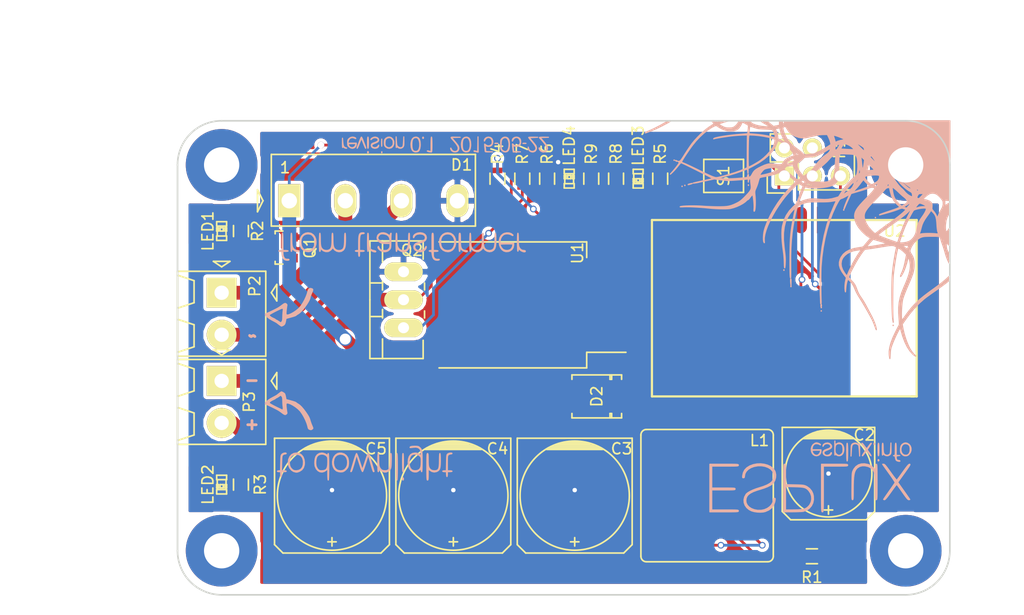
<source format=kicad_pcb>
(kicad_pcb (version 4) (host pcbnew "(after 2015-may-01 BZR unknown)-product")
  (title_block (title ESPLux) (date "Friday, May 22, 2015") (rev 0.1) (company esplux.info) (comment 1 pretenda))
  (layers (0 F.Cu signal) (31 B.Cu signal) (34 B.Paste user) (35 F.Paste user) (36 B.SilkS user) (37 F.SilkS user) (38 B.Mask user) (39 F.Mask user) (44 Edge.Cuts user))
  (net 0 "")
  (net 1 +3V3)
  (net 2 "Net-(LED4-Pad2)")
  (net 3 "Net-(D2-Pad1)")
  (net 4 Earth)
  (net 5 +12V)
  (net 6 "Net-(LED1-Pad1)")
  (net 7 "Net-(LED2-Pad1)")
  (net 8 "Net-(LED3-Pad1)")
  (net 9 /TX)
  (net 10 /RX)
  (net 11 /GPIO0)
  (net 12 "Net-(Q1-Pad2)")
  (net 13 "Net-(Q1-Pad3)")
  (net 14 "Net-(Q2-PadG)")
  (net 15 /Identify)
  (net 16 /WifiReset)
  (net 17 "Net-(R5-Pad2)")
  (net 18 /OutLogic)
  (net 19 "Net-(U2-Pad1)")
  (net 20 "Net-(U2-Pad2)")
  (net 21 "Net-(U2-Pad4)")
  (net 22 "Net-(U2-Pad5)")
  (net 23 "Net-(U2-Pad6)")
  (net 24 "Net-(U2-Pad11)")
  (net 25 "Net-(D1-Pad2)")
  (net 26 "Net-(D1-Pad4)")
  (net 27 "Net-(P3-Pad1)")
  (module Resistors_SMD:R_0603 (layer F.Cu) (at 102.5 81.25 90)
    (fp_text reference R9 (at 2.25 0 90) (layer F.SilkS))
    (fp_text value 100)
    (pad 1 smd rect (at -0.75 0 90) (size 0.5 0.9) (layers F.Cu F.Paste F.Mask) (net 1 +3V3))
    (pad 2 smd rect (at 0.75 0 90) (size 0.5 0.9) (layers F.Cu F.Paste F.Mask) (net 2 "Net-(LED4-Pad2)"))
  )
  (module SMD_Packages:TO-263-5 (layer F.Cu) (at 104.5 92.69926 90)
    (fp_text reference U1 (at 4.69926 -3.25 90) (layer F.SilkS))
    (fp_text value LM2596S-3.3)
    (pad 2 smd rect (at -1.69926 0 90) (size 1.143 2.286) (layers F.Cu F.Paste F.Mask) (net 3 "Net-(D2-Pad1)"))
    (pad 3 smd rect (at 0 -10.795 90) (size 10.80008 9.99998) (layers F.Cu F.Paste F.Mask) (net 4 Earth))
    (pad 4 smd rect (at 1.69926 0 90) (size 1.143 2.286) (layers F.Cu F.Paste F.Mask) (net 1 +3V3))
    (pad 3 smd rect (at 0 0 90) (size 1.143 2.286) (layers F.Cu F.Paste F.Mask) (net 4 Earth))
    (pad 1 smd rect (at -3.40106 0 90) (size 1.143 2.286) (layers F.Cu F.Paste F.Mask) (net 5 +12V))
    (pad 5 smd rect (at 3.40106 0 90) (size 1.143 2.286) (layers F.Cu F.Paste F.Mask) (net 4 Earth))
  )
  (module Capacitors_SMD:c_elec_8x10 (layer F.Cu) (at 124 108 270)
    (fp_text reference C2 (at -3.5 -3.25 360) (layer F.SilkS))
    (fp_text value 220uf)
    (pad 1 smd rect (at 3.2512 0 270) (size 3.50012 2.4003) (layers F.Cu F.Paste F.Mask) (net 1 +3V3))
    (pad 2 smd rect (at -3.2512 0 270) (size 3.50012 2.4003) (layers F.Cu F.Paste F.Mask) (net 4 Earth))
  )
  (module Capacitors_SMD:c_elec_10x10 (layer F.Cu) (at 101 110 270)
    (fp_text reference C3 (at -4.25 -4.25 360) (layer F.SilkS))
    (fp_text value 330uf)
    (pad 1 smd rect (at 4.0005 0 270) (size 4.0005 2.4003) (layers F.Cu F.Paste F.Mask) (net 5 +12V))
    (pad 2 smd rect (at -4.0005 0 270) (size 4.0005 2.4003) (layers F.Cu F.Paste F.Mask) (net 4 Earth))
  )
  (module Capacitors_SMD:c_elec_10x10 (layer F.Cu) (at 90 110 270)
    (fp_text reference C4 (at -4.25 -4 360) (layer F.SilkS))
    (fp_text value 330uf)
    (pad 1 smd rect (at 4.0005 0 270) (size 4.0005 2.4003) (layers F.Cu F.Paste F.Mask) (net 5 +12V))
    (pad 2 smd rect (at -4.0005 0 270) (size 4.0005 2.4003) (layers F.Cu F.Paste F.Mask) (net 4 Earth))
  )
  (module Capacitors_SMD:c_elec_10x10 (layer F.Cu) (at 79 110 270)
    (fp_text reference C5 (at -4.25 -4 360) (layer F.SilkS))
    (fp_text value 330uf)
    (pad 1 smd rect (at 4.0005 0 270) (size 4.0005 2.4003) (layers F.Cu F.Paste F.Mask) (net 5 +12V))
    (pad 2 smd rect (at -4.0005 0 270) (size 4.0005 2.4003) (layers F.Cu F.Paste F.Mask) (net 4 Earth))
  )
  (module Diodes_SMD:Diode-DO-214BA (layer F.Cu) (at 103 101 180)
    (fp_text reference D2 (at 0 0 270) (layer F.SilkS))
    (fp_text value MBRS130L)
    (pad 2 smd rect (at 1.7 0 180) (size 2 2.5) (layers F.Cu F.Paste F.Mask) (net 4 Earth))
    (pad 1 smd rect (at -1.7 0 180) (size 2 2.5) (layers F.Cu F.Paste F.Mask) (net 3 "Net-(D2-Pad1)"))
  )
  (module LEDs:LED-0603 (layer F.Cu) (at 69 86 270)
    (fp_text reference LED1 (at 0 1.25 270) (layer F.SilkS))
    (fp_text value LED)
    (pad 2 smd rect (at 0.7493 0 90) (size 0.79756 0.79756) (layers F.Cu F.Paste F.Mask) (net 1 +3V3))
    (pad 1 smd rect (at -0.7493 0 90) (size 0.79756 0.79756) (layers F.Cu F.Paste F.Mask) (net 6 "Net-(LED1-Pad1)"))
  )
  (module LEDs:LED-0603 (layer F.Cu) (at 69 109 90)
    (fp_text reference LED2 (at 0 -1.25 90) (layer F.SilkS))
    (fp_text value LED)
    (pad 2 smd rect (at 0.7493 0 270) (size 0.79756 0.79756) (layers F.Cu F.Paste F.Mask) (net 1 +3V3))
    (pad 1 smd rect (at -0.7493 0 270) (size 0.79756 0.79756) (layers F.Cu F.Paste F.Mask) (net 7 "Net-(LED2-Pad1)"))
  )
  (module LEDs:LED-0603 (layer F.Cu) (at 106.75 81.25 90)
    (fp_text reference LED3 (at 3 0 90) (layer F.SilkS))
    (fp_text value LED)
    (pad 2 smd rect (at 0.7493 0 270) (size 0.79756 0.79756) (layers F.Cu F.Paste F.Mask) (net 5 +12V))
    (pad 1 smd rect (at -0.7493 0 270) (size 0.79756 0.79756) (layers F.Cu F.Paste F.Mask) (net 8 "Net-(LED3-Pad1)"))
  )
  (module LEDs:LED-0603 (layer F.Cu) (at 100.5 81.25 270)
    (fp_text reference LED4 (at -3 0 270) (layer F.SilkS))
    (fp_text value LED)
    (pad 2 smd rect (at 0.7493 0 90) (size 0.79756 0.79756) (layers F.Cu F.Paste F.Mask) (net 2 "Net-(LED4-Pad2)"))
    (pad 1 smd rect (at -0.7493 0 90) (size 0.79756 0.79756) (layers F.Cu F.Paste F.Mask) (net 4 Earth))
  )
  (module Transistors_TO-220:TO-220_FET-GDS_Vertical_LargePads (layer F.Cu) (at 85.485 92.230999 90)
    (fp_text reference Q2 (at 4.480999 0.765 180) (layer F.SilkS))
    (fp_text value MOSFET_N)
    (pad D thru_hole oval (at 0 0 180) (size 3.50012 1.69926) (drill 1.00076) (layers *.Cu *.Mask F.SilkS) (net 27 "Net-(P3-Pad1)"))
    (pad G thru_hole oval (at -2.54 0 180) (size 3.50012 1.69926) (drill 1.00076) (layers *.Cu *.Mask F.SilkS) (net 14 "Net-(Q2-PadG)"))
    (pad S thru_hole oval (at 2.54 0 180) (size 3.50012 1.69926) (drill 1.00076) (layers *.Cu *.Mask F.SilkS) (net 4 Earth))
  )
  (module Resistors_SMD:R_0603 (layer F.Cu) (at 122.5 115.5 180)
    (fp_text reference R1 (at 0 -1.9 180) (layer F.SilkS))
    (fp_text value 10k)
    (pad 1 smd rect (at -0.75 0 180) (size 0.5 0.9) (layers F.Cu F.Paste F.Mask) (net 1 +3V3))
    (pad 2 smd rect (at 0.75 0 180) (size 0.5 0.9) (layers F.Cu F.Paste F.Mask) (net 11 /GPIO0))
  )
  (module Resistors_SMD:R_0603 (layer F.Cu) (at 70.75 86 270)
    (fp_text reference R2 (at 0 -1.5 270) (layer F.SilkS))
    (fp_text value 100)
    (pad 1 smd rect (at -0.75 0 270) (size 0.5 0.9) (layers F.Cu F.Paste F.Mask) (net 6 "Net-(LED1-Pad1)"))
    (pad 2 smd rect (at 0.75 0 270) (size 0.5 0.9) (layers F.Cu F.Paste F.Mask) (net 13 "Net-(Q1-Pad3)"))
  )
  (module Resistors_SMD:R_0603 (layer F.Cu) (at 70.75 109 90)
    (fp_text reference R3 (at 0 1.75 90) (layer F.SilkS))
    (fp_text value 100)
    (pad 1 smd rect (at -0.75 0 90) (size 0.5 0.9) (layers F.Cu F.Paste F.Mask) (net 7 "Net-(LED2-Pad1)"))
    (pad 2 smd rect (at 0.75 0 90) (size 0.5 0.9) (layers F.Cu F.Paste F.Mask) (net 13 "Net-(Q1-Pad3)"))
  )
  (module Resistors_SMD:R_0603 (layer F.Cu) (at 94 81.25 270)
    (fp_text reference R4 (at -2.25 0 270) (layer F.SilkS))
    (fp_text value 510)
    (pad 1 smd rect (at -0.75 0 270) (size 0.5 0.9) (layers F.Cu F.Paste F.Mask) (net 15 /Identify))
    (pad 2 smd rect (at 0.75 0 270) (size 0.5 0.9) (layers F.Cu F.Paste F.Mask) (net 12 "Net-(Q1-Pad2)"))
  )
  (module Resistors_SMD:R_0603 (layer F.Cu) (at 108.75 81.25 90)
    (fp_text reference R5 (at 2.25 0 90) (layer F.SilkS))
    (fp_text value 10k)
    (pad 1 smd rect (at -0.75 0 90) (size 0.5 0.9) (layers F.Cu F.Paste F.Mask) (net 16 /WifiReset))
    (pad 2 smd rect (at 0.75 0 90) (size 0.5 0.9) (layers F.Cu F.Paste F.Mask) (net 17 "Net-(R5-Pad2)"))
  )
  (module Resistors_SMD:R_0603 (layer F.Cu) (at 98.5 81.25 90)
    (fp_text reference R6 (at 2.25 0 90) (layer F.SilkS))
    (fp_text value 100)
    (pad 1 smd rect (at -0.75 0 90) (size 0.5 0.9) (layers F.Cu F.Paste F.Mask) (net 14 "Net-(Q2-PadG)"))
    (pad 2 smd rect (at 0.75 0 90) (size 0.5 0.9) (layers F.Cu F.Paste F.Mask) (net 18 /OutLogic))
  )
  (module Resistors_SMD:R_0603 (layer F.Cu) (at 96.25 81.25 90)
    (fp_text reference R7 (at 2.25 0 90) (layer F.SilkS))
    (fp_text value 10k)
    (pad 1 smd rect (at -0.75 0 90) (size 0.5 0.9) (layers F.Cu F.Paste F.Mask) (net 14 "Net-(Q2-PadG)"))
    (pad 2 smd rect (at 0.75 0 90) (size 0.5 0.9) (layers F.Cu F.Paste F.Mask) (net 4 Earth))
  )
  (module Resistors_SMD:R_0603 (layer F.Cu) (at 104.75 81.25 90)
    (fp_text reference R8 (at 2.25 0 90) (layer F.SilkS))
    (fp_text value 1k)
    (pad 1 smd rect (at -0.75 0 90) (size 0.5 0.9) (layers F.Cu F.Paste F.Mask) (net 8 "Net-(LED3-Pad1)"))
    (pad 2 smd rect (at 0.75 0 90) (size 0.5 0.9) (layers F.Cu F.Paste F.Mask) (net 27 "Net-(P3-Pad1)"))
  )
  (module Parts:SMD_Tact (layer F.Cu) (at 114.5 81 270)
    (fp_text reference S1 (at 0 0 270) (layer F.SilkS))
    (fp_text value SW_PUSH)
    (pad 4 smd rect (at -0.75 -1.7 270) (size 0.7 2) (layers F.Cu F.Paste F.Mask))
    (pad 3 smd rect (at 0.75 -1.7 270) (size 0.7 2) (layers F.Cu F.Paste F.Mask))
    (pad 2 smd rect (at 0.75 1.7 270) (size 0.7 2) (layers F.Cu F.Paste F.Mask) (net 16 /WifiReset))
    (pad 1 smd rect (at -0.75 1.7 270) (size 0.7 2) (layers F.Cu F.Paste F.Mask) (net 1 +3V3))
  )
  (module ESP8266:ESP-12 (layer F.Cu) (at 123.5 85 270)
    (fp_text reference U2 (at 1 -6.5 360) (layer F.SilkS))
    (fp_text value ESP-12)
    (pad 1 smd rect (at 0 0 270) (size 2.4 1.1) (layers F.Cu F.Paste F.Mask) (net 19 "Net-(U2-Pad1)"))
    (pad 2 smd oval (at 0 2 270) (size 2.4 1.1) (layers F.Cu F.Paste F.Mask) (net 20 "Net-(U2-Pad2)"))
    (pad 3 smd oval (at 0 4 270) (size 2.4 1.1) (layers F.Cu F.Paste F.Mask) (net 1 +3V3))
    (pad 4 smd oval (at 0 6 270) (size 2.4 1.1) (layers F.Cu F.Paste F.Mask) (net 21 "Net-(U2-Pad4)"))
    (pad 5 smd oval (at 0 8 270) (size 2.4 1.1) (layers F.Cu F.Paste F.Mask) (net 22 "Net-(U2-Pad5)"))
    (pad 6 smd oval (at 0 10 270) (size 2.4 1.1) (layers F.Cu F.Paste F.Mask) (net 23 "Net-(U2-Pad6)"))
    (pad 7 smd oval (at 0 12 270) (size 2.4 1.1) (layers F.Cu F.Paste F.Mask) (net 16 /WifiReset))
    (pad 8 smd oval (at 0 14 270) (size 2.4 1.1) (layers F.Cu F.Paste F.Mask) (net 1 +3V3))
    (pad 9 smd oval (at 16 14 270) (size 2.4 1.1) (layers F.Cu F.Paste F.Mask) (net 4 Earth))
    (pad 10 smd oval (at 16 12 270) (size 2.4 1.1) (layers F.Cu F.Paste F.Mask) (net 4 Earth))
    (pad 11 smd oval (at 16 10 270) (size 2.4 1.1) (layers F.Cu F.Paste F.Mask) (net 24 "Net-(U2-Pad11)"))
    (pad 12 smd oval (at 16 8 270) (size 2.4 1.1) (layers F.Cu F.Paste F.Mask) (net 11 /GPIO0))
    (pad 13 smd oval (at 16 6 270) (size 2.4 1.1) (layers F.Cu F.Paste F.Mask) (net 15 /Identify))
    (pad 14 smd oval (at 16 4 270) (size 2.4 1.1) (layers F.Cu F.Paste F.Mask) (net 18 /OutLogic))
    (pad 15 smd oval (at 16 2 270) (size 2.4 1.1) (layers F.Cu F.Paste F.Mask) (net 10 /RX))
    (pad 16 smd oval (at 16 0 270) (size 2.4 1.1) (layers F.Cu F.Paste F.Mask) (net 9 /TX))
  )
  (module Mounting_Holes:MountingHole_3mm (layer F.Cu) (at 131 80)
    (fp_text reference REF** hide)
    (fp_text value MountingHole_3mm)
    (pad 1 thru_hole circle (at 0 0) (size 6.5 6.5) (drill 3.2) (layers *.Cu *.Mask))
  )
  (module Mounting_Holes:MountingHole_3mm (layer F.Cu) (at 69 80)
    (fp_text reference REF** hide)
    (fp_text value MountingHole_3mm)
    (pad 1 thru_hole circle (at 0 0) (size 6.5 6.5) (drill 3.2) (layers *.Cu *.Mask))
  )
  (module Mounting_Holes:MountingHole_3mm (layer F.Cu) (at 69 115)
    (fp_text reference REF** hide)
    (fp_text value MountingHole_3mm)
    (pad 1 thru_hole circle (at 0 0) (size 6.5 6.5) (drill 3.2) (layers *.Cu *.Mask))
  )
  (module Mounting_Holes:MountingHole_3mm (layer F.Cu) (at 131 115)
    (fp_text reference REF** hide)
    (fp_text value MountingHole_3mm)
    (pad 1 thru_hole circle (at 0 0) (size 6.5 6.5) (drill 3.2) (layers *.Cu *.Mask))
  )
  (module Parts:KBL (layer F.Cu) (at 82.75 83.25 180)
    (fp_text reference D1 (at -8 3.25 180) (layer F.SilkS))
    (fp_text value BRIDGE)
    (fp_text user 1 (at 8 3 180) (layer F.SilkS))
    (pad 2 thru_hole oval (at 2.54 0 180) (size 2 3) (drill 1.4) (layers *.Cu *.Mask F.SilkS) (net 25 "Net-(D1-Pad2)"))
    (pad 4 thru_hole oval (at -2.54 0 180) (size 2 3) (drill 1.4) (layers *.Cu *.Mask F.SilkS) (net 26 "Net-(D1-Pad4)"))
    (pad 1 thru_hole oval (at -7.62 0 180) (size 2 3) (drill 1.4) (layers *.Cu *.Mask F.SilkS) (net 4 Earth))
    (pad 3 thru_hole rect (at 7.62 0 180) (size 2 3) (drill 1.4) (layers *.Cu *.Mask F.SilkS) (net 5 +12V))
  )
  (module Parts:Inductor (layer F.Cu) (at 113 110 90)
    (fp_text reference L1 (at 5 4.75 180) (layer F.SilkS))
    (fp_text value 22uH)
    (pad 2 smd rect (at 0 4.5 90) (size 5 3) (layers F.Cu F.Paste F.Mask) (net 1 +3V3))
    (pad 1 smd rect (at 0 -4.5 90) (size 5 3) (layers F.Cu F.Paste F.Mask) (net 3 "Net-(D2-Pad1)"))
  )
  (module Parts:3.81mmScrewTerminal (layer F.Cu) (at 69 93.5 90)
    (fp_text reference P2 (at 2.5 3 90) (layer F.SilkS))
    (fp_text value CONN_01X02)
    (pad 2 thru_hole circle (at -1.905 0 90) (size 2.7 2.7) (drill 1.3) (layers *.Cu *.Mask F.SilkS) (net 26 "Net-(D1-Pad4)"))
    (pad 1 thru_hole rect (at 1.905 0 90) (size 2.7 2.7) (drill 1.3) (layers *.Cu *.Mask F.SilkS) (net 25 "Net-(D1-Pad2)"))
  )
  (module Parts:3.81mmScrewTerminal (layer F.Cu) (at 69 101.5 90)
    (fp_text reference P3 (at 0 2.5 90) (layer F.SilkS))
    (fp_text value CONN_01X02)
    (pad 2 thru_hole circle (at -1.905 0 90) (size 2.7 2.7) (drill 1.3) (layers *.Cu *.Mask F.SilkS) (net 5 +12V))
    (pad 1 thru_hole rect (at 1.905 0 90) (size 2.7 2.7) (drill 1.3) (layers *.Cu *.Mask F.SilkS) (net 27 "Net-(P3-Pad1)"))
  )
  (module Parts:SOT-23 (layer F.Cu) (at 74.5 87.5 90)
    (fp_text reference Q1 (at 0 2.5 90) (layer F.SilkS))
    (fp_text value NPN)
    (pad 2 smd rect (at -0.95 1.00076 90) (size 0.8001 0.8001) (layers F.Cu F.Paste F.Mask) (net 12 "Net-(Q1-Pad2)"))
    (pad 1 smd rect (at 0.95 1.00076 90) (size 0.8001 0.8001) (layers F.Cu F.Paste F.Mask) (net 4 Earth))
    (pad 3 smd rect (at 0 -0.99822 90) (size 0.8001 0.8001) (layers F.Cu F.Paste F.Mask) (net 13 "Net-(Q1-Pad3)"))
  )
  (module Parts:5PinHeader (layer F.Cu) (at 120 81 90)
    (fp_text reference P1 (at 2.5 5 270) (layer F.SilkS))
    (fp_text value CONN_02X03)
    (pad 1 thru_hole rect (at 0 0 90) (size 1.7272 1.7272) (drill 1.016) (layers *.Cu *.Mask F.SilkS) (net 1 +3V3))
    (pad 2 thru_hole oval (at 2.54 0 90) (size 1.7272 1.7272) (drill 1.016) (layers *.Cu *.Mask F.SilkS) (net 4 Earth))
    (pad 3 thru_hole oval (at 0 2.54 90) (size 1.7272 1.7272) (drill 1.016) (layers *.Cu *.Mask F.SilkS) (net 9 /TX))
    (pad 4 thru_hole oval (at 2.54 2.54 90) (size 1.7272 1.7272) (drill 1.016) (layers *.Cu *.Mask F.SilkS) (net 10 /RX))
    (pad 5 thru_hole oval (at 0 5.08 90) (size 1.7272 1.7272) (drill 1.016) (layers *.Cu *.Mask F.SilkS) (net 11 /GPIO0))
  )
  (module Parts:BackArt (layer B.Cu) (at 100 97.5 180)
    (fp_text reference G*** hide)
    (fp_text value LOGO hide)
  )
  (gr_line (start 132 101) (end 131.5 101) (angle 90) (layer F.SilkS) (width 0.20066))
  (gr_line (start 132 85) (end 132 101) (angle 90) (layer F.SilkS) (width 0.20066))
  (gr_line (start 108 101) (end 131.75 101) (angle 90) (layer F.SilkS) (width 0.20066))
  (gr_line (start 108 85) (end 108 101) (angle 90) (layer F.SilkS) (width 0.20066))
  (gr_line (start 132 85) (end 108 85) (angle 90) (layer F.SilkS) (width 0.20066))
  (gr_text ~ (at 71.75 95.5) (layer B.SilkS) (effects (font (size 1.00076 1.00076) (thickness 0.25019)) (justify mirror)))
  (gr_text - (at 71.75 99.5) (layer B.SilkS) (effects (font (size 1.00076 1.00076) (thickness 0.25019)) (justify mirror)))
  (gr_text + (at 71.75 103.5) (layer B.SilkS) (effects (font (size 1.00076 1.00076) (thickness 0.25019)) (justify mirror)))
  (gr_line (start 65 115) (end 65 80) (angle 90) (layer Edge.Cuts) (width 0.14986))
  (gr_line (start 131 119) (end 69 119) (angle 90) (layer Edge.Cuts) (width 0.14986))
  (gr_line (start 135 80) (end 135 115) (angle 90) (layer Edge.Cuts) (width 0.14986))
  (gr_line (start 69 76) (end 131 76) (angle 90) (layer Edge.Cuts) (width 0.14986))
  (gr_arc (start 69 80) (end 65 80) (angle 90) (layer Edge.Cuts) (width 0.14986))
  (gr_arc (start 131 80) (end 131 76) (angle 90) (layer Edge.Cuts) (width 0.14986))
  (gr_arc (start 131 115) (end 135 115) (angle 90) (layer Edge.Cuts) (width 0.14986))
  (gr_arc (start 69 115) (end 69 119) (angle 90) (layer Edge.Cuts) (width 0.14986))
  (segment (start 111.6 87.8) (end 121.05 87.8) (width 0.25) (layer F.Cu) (net 1))
  (segment (start 109.5 85.7) (end 111.6 87.8) (width 0.25) (layer F.Cu) (net 1))
  (segment (start 109.5 85) (end 109.5 85.7) (width 0.25) (layer F.Cu) (net 1))
  (segment (start 121.05 87.8) (end 119.5 86.25) (width 0.25) (layer F.Cu) (net 1))
  (segment (start 109.5 85) (end 108.2 85) (width 0.25) (layer F.Cu) (net 1))
  (segment (start 105.638602 85.038602) (end 102.6 82) (width 0.25) (layer F.Cu) (net 1))
  (segment (start 105.961398 85.038602) (end 105.638602 85.038602) (width 0.25) (layer F.Cu) (net 1))
  (segment (start 106 85) (end 105.961398 85.038602) (width 0.25) (layer F.Cu) (net 1))
  (segment (start 108.2 85) (end 106 85) (width 0.25) (layer F.Cu) (net 1))
  (segment (start 102.6 82) (end 102.5 82) (width 0.25) (layer F.Cu) (net 1))
  (segment (start 104.5 91) (end 105.4 91) (width 0.25) (layer F.Cu) (net 1))
  (segment (start 105.5 91) (end 104.5 91) (width 0.25) (layer F.Cu) (net 1))
  (segment (start 66.75 106.25) (end 66.75 106.5) (width 0.25) (layer F.Cu) (net 1))
  (segment (start 66.75 89) (end 66.75 106.25) (width 0.25) (layer F.Cu) (net 1))
  (segment (start 69 86.75) (end 66.75 89) (width 0.25) (layer F.Cu) (net 1))
  (segment (start 68.5007 108.2507) (end 69 108.2507) (width 0.25) (layer F.Cu) (net 1))
  (segment (start 66.75 106.5) (end 68.5007 108.2507) (width 0.25) (layer F.Cu) (net 1))
  (segment (start 69 86.7493) (end 69 86.75) (width 0.25) (layer F.Cu) (net 1))
  (segment (start 112.8 80.25) (end 113.5 80.25) (width 0.25) (layer F.Cu) (net 1))
  (segment (start 120 81) (end 119.75 81) (width 0.25) (layer F.Cu) (net 1))
  (segment (start 119.75 81) (end 117.75 79) (width 0.25) (layer F.Cu) (net 1))
  (segment (start 114.05 79) (end 112.8 80.25) (width 0.25) (layer F.Cu) (net 1))
  (segment (start 117.75 79) (end 114.05 79) (width 0.25) (layer F.Cu) (net 1))
  (segment (start 119.5 85) (end 119.5 81.5) (width 0.25) (layer F.Cu) (net 1))
  (segment (start 119.5 81.5) (end 120 81) (width 0.25) (layer F.Cu) (net 1))
  (segment (start 124 111.2512) (end 124 109.5) (width 0.25) (layer F.Cu) (net 1))
  (segment (start 119.5 86.25) (end 119.5 85) (width 0.25) (layer F.Cu) (net 1))
  (segment (start 125 91.75) (end 121.05 87.8) (width 0.25) (layer F.Cu) (net 1))
  (segment (start 125 102) (end 125 91.75) (width 0.25) (layer F.Cu) (net 1))
  (segment (start 126 103) (end 125 102) (width 0.25) (layer F.Cu) (net 1))
  (segment (start 126 107.5) (end 126 103) (width 0.25) (layer F.Cu) (net 1))
  (segment (start 124 109.5) (end 126 107.5) (width 0.25) (layer F.Cu) (net 1))
  (segment (start 123.25 115.5) (end 123.25 112.0012) (width 0.25) (layer F.Cu) (net 1))
  (segment (start 123.25 112.0012) (end 124 111.2512) (width 0.25) (layer F.Cu) (net 1))
  (segment (start 117.5 110) (end 122.7488 110) (width 0.25) (layer F.Cu) (net 1))
  (segment (start 122.7488 110) (end 124 111.2512) (width 0.25) (layer F.Cu) (net 1))
  (segment (start 117.5 104.25) (end 116.5 103.25) (width 0.25) (layer F.Cu) (net 1))
  (segment (start 116.5 103.25) (end 116.5 99.5) (width 0.25) (layer F.Cu) (net 1))
  (segment (start 116.5 99.5) (end 108 91) (width 0.25) (layer F.Cu) (net 1))
  (segment (start 108 91) (end 104.5 91) (width 0.25) (layer F.Cu) (net 1))
  (segment (start 117.5 110) (end 117.5 104.25) (width 0.25) (layer F.Cu) (net 1))
  (segment (start 69.75 107.25) (end 71.75 107.25) (width 0.25) (layer F.Cu) (net 1))
  (segment (start 71.75 107.25) (end 77 112.5) (width 0.25) (layer F.Cu) (net 1))
  (segment (start 77 112.5) (end 77 116) (width 0.25) (layer F.Cu) (net 1))
  (segment (start 77 116) (end 77.5 116.5) (width 0.25) (layer F.Cu) (net 1))
  (segment (start 77.5 116.5) (end 107.5 116.5) (width 0.25) (layer F.Cu) (net 1))
  (segment (start 107.5 116.5) (end 108.25 116.5) (width 0.25) (layer F.Cu) (net 1))
  (segment (start 108.25 116.5) (end 110.25 114.5) (width 0.25) (layer F.Cu) (net 1))
  (segment (start 110.25 114.5) (end 114.25 114.5) (width 0.25) (layer F.Cu) (net 1))
  (via (at 114.25 114.5) (size 0.6) (layers F.Cu B.Cu) (net 1))
  (segment (start 114.25 114.5) (end 118 114.5) (width 0.25) (layer B.Cu) (net 1))
  (via (at 118 114.5) (size 0.6) (layers F.Cu B.Cu) (net 1))
  (segment (start 118 114.5) (end 117.5 114) (width 0.25) (layer F.Cu) (net 1))
  (segment (start 117.5 114) (end 117.5 110) (width 0.25) (layer F.Cu) (net 1))
  (segment (start 69 108) (end 69.75 107.25) (width 0.25) (layer F.Cu) (net 1))
  (segment (start 69 108.2507) (end 69 108) (width 0.25) (layer F.Cu) (net 1))
  (segment (start 100.5 81.9993) (end 101.0007 81.9993) (width 0.25) (layer F.Cu) (net 2))
  (segment (start 101.0007 81.9993) (end 102.5 80.5) (width 0.25) (layer F.Cu) (net 2))
  (segment (start 104.7 101) (end 104.7 101.45) (width 0.25) (layer F.Cu) (net 3))
  (segment (start 104.7 101.45) (end 108.5 105.25) (width 0.25) (layer F.Cu) (net 3))
  (segment (start 108.5 105.25) (end 108.5 110) (width 0.25) (layer F.Cu) (net 3))
  (segment (start 104.7 101) (end 104.75 101) (width 0.25) (layer F.Cu) (net 3))
  (segment (start 104.75 101) (end 106.75 99) (width 0.25) (layer F.Cu) (net 3))
  (segment (start 106.75 99) (end 106.75 95.5) (width 0.25) (layer F.Cu) (net 3))
  (segment (start 106.75 95.5) (end 105.64852 94.39852) (width 0.25) (layer F.Cu) (net 3))
  (segment (start 105.64852 94.39852) (end 104.5 94.39852) (width 0.25) (layer F.Cu) (net 3))
  (via (at 101 109.5) (size 0.6) (layers F.Cu B.Cu) (net 4))
  (segment (start 101 105.9995) (end 101 109.5) (width 0.25) (layer F.Cu) (net 4))
  (via (at 79 109.5) (size 0.6) (layers F.Cu B.Cu) (net 4))
  (segment (start 79 105.9995) (end 79 109.5) (width 0.25) (layer F.Cu) (net 4))
  (via (at 90 109.5) (size 0.6) (layers F.Cu B.Cu) (net 4))
  (segment (start 90 105.9995) (end 90 109.5) (width 0.25) (layer F.Cu) (net 4))
  (via (at 99.5 79.75) (size 0.6) (layers F.Cu B.Cu) (net 4))
  (segment (start 99.75 79.75) (end 99.5 79.75) (width 0.25) (layer F.Cu) (net 4))
  (segment (start 100.5 80.5) (end 99.75 79.75) (width 0.25) (layer F.Cu) (net 4))
  (segment (start 100.5 80.5007) (end 100.5 80.5) (width 0.25) (layer F.Cu) (net 4))
  (segment (start 124 108.25) (end 124 108) (width 0.25) (layer F.Cu) (net 4))
  (via (at 124 108) (size 0.6) (layers F.Cu B.Cu) (net 4))
  (segment (start 124 104.7488) (end 124 108.25) (width 0.25) (layer F.Cu) (net 4))
  (segment (start 69 103.405) (end 70.005 103.405) (width 1.25) (layer F.Cu) (net 5))
  (segment (start 70.005 103.405) (end 79 112.4) (width 1.25) (layer F.Cu) (net 5))
  (segment (start 79 112.4) (end 79 114.0005) (width 1.25) (layer F.Cu) (net 5))
  (via (at 80.2 95.8) (size 1.2) (layers F.Cu B.Cu) (net 5))
  (segment (start 83 105.8) (end 83 98.6) (width 1.25) (layer F.Cu) (net 5))
  (segment (start 83 98.6) (end 80.2 95.8) (width 1.25) (layer F.Cu) (net 5))
  (segment (start 90 112.8) (end 83 105.8) (width 1.25) (layer F.Cu) (net 5))
  (segment (start 75.13 90.73) (end 75.13 83.25) (width 1.25) (layer B.Cu) (net 5))
  (segment (start 80.2 95.8) (end 75.13 90.73) (width 1.25) (layer B.Cu) (net 5))
  (segment (start 90 114.0005) (end 90 112.8) (width 1.25) (layer F.Cu) (net 5))
  (segment (start 90 114.0005) (end 79 114.0005) (width 1.25) (layer F.Cu) (net 5))
  (segment (start 101 114.0005) (end 90 114.0005) (width 1.25) (layer F.Cu) (net 5))
  (segment (start 101 114.0005) (end 101 113.6) (width 0.75) (layer F.Cu) (net 5))
  (segment (start 101 113.6) (end 98 110.6) (width 0.75) (layer F.Cu) (net 5))
  (segment (start 98 110.6) (end 98 100.6) (width 0.75) (layer F.Cu) (net 5))
  (segment (start 98 100.6) (end 102.49968 96.10032) (width 0.75) (layer F.Cu) (net 5))
  (segment (start 102.49968 96.10032) (end 104.5 96.10032) (width 0.75) (layer F.Cu) (net 5))
  (segment (start 78.2 78.2) (end 78 78.2) (width 0.25) (layer F.Cu) (net 5))
  (via (at 78 78.2) (size 0.6) (layers F.Cu B.Cu) (net 5))
  (segment (start 78 78.2) (end 75.13 81.07) (width 0.25) (layer B.Cu) (net 5))
  (segment (start 75.13 81.07) (end 75.13 83.25) (width 0.25) (layer B.Cu) (net 5))
  (segment (start 106.75 80.15) (end 104.8 78.2) (width 0.25) (layer F.Cu) (net 5))
  (segment (start 104.8 78.2) (end 78.2 78.2) (width 0.25) (layer F.Cu) (net 5))
  (segment (start 106.75 80.5007) (end 106.75 80.15) (width 0.25) (layer F.Cu) (net 5))
  (segment (start 70.75 85.25) (end 69.0007 85.25) (width 0.25) (layer F.Cu) (net 6))
  (segment (start 69.0007 85.25) (end 69 85.2507) (width 0.25) (layer F.Cu) (net 6))
  (segment (start 69 109.7493) (end 70.7493 109.7493) (width 0.25) (layer F.Cu) (net 7))
  (segment (start 70.7493 109.7493) (end 70.75 109.75) (width 0.25) (layer F.Cu) (net 7))
  (segment (start 104.75 82) (end 106.7493 82) (width 0.25) (layer F.Cu) (net 8))
  (segment (start 106.7493 82) (end 106.75 81.9993) (width 0.25) (layer F.Cu) (net 8))
  (segment (start 122.54 81) (end 122.54 90.54) (width 0.25) (layer B.Cu) (net 9))
  (segment (start 122.8 90.8) (end 123.4 91.4) (width 0.25) (layer F.Cu) (net 9))
  (via (at 122.8 90.8) (size 0.6) (layers F.Cu B.Cu) (net 9))
  (segment (start 122.54 90.54) (end 122.8 90.8) (width 0.25) (layer B.Cu) (net 9))
  (segment (start 123.5 101) (end 123.5 91.5) (width 0.25) (layer F.Cu) (net 9))
  (segment (start 123.5 91.5) (end 123.4 91.4) (width 0.25) (layer F.Cu) (net 9))
  (segment (start 123.4 91.4) (end 123 91) (width 0.25) (layer F.Cu) (net 9))
  (via (at 121.6 90.4) (size 0.6) (layers F.Cu B.Cu) (net 10))
  (segment (start 121.5 90.5) (end 121.6 90.4) (width 0.25) (layer F.Cu) (net 10))
  (segment (start 121.5 101) (end 121.5 90.5) (width 0.25) (layer F.Cu) (net 10))
  (segment (start 121.2 79.8) (end 122.54 78.46) (width 0.25) (layer B.Cu) (net 10))
  (segment (start 121.2 83.2) (end 121.2 79.8) (width 0.25) (layer B.Cu) (net 10))
  (segment (start 121.6 83.6) (end 121.2 83.2) (width 0.25) (layer B.Cu) (net 10))
  (segment (start 121.6 90.4) (end 121.6 83.6) (width 0.25) (layer B.Cu) (net 10))
  (segment (start 125.08 81) (end 125.08 91.08) (width 0.25) (layer F.Cu) (net 11))
  (segment (start 122.6 116.6) (end 121.75 115.75) (width 0.25) (layer F.Cu) (net 11))
  (segment (start 123.8 116.6) (end 122.6 116.6) (width 0.25) (layer F.Cu) (net 11))
  (segment (start 126.6 113.8) (end 123.8 116.6) (width 0.25) (layer F.Cu) (net 11))
  (segment (start 126.6 113) (end 126.6 113.8) (width 0.25) (layer F.Cu) (net 11))
  (segment (start 126.5 102.75) (end 126.6 113) (width 0.25) (layer F.Cu) (net 11))
  (segment (start 125.5 101.75) (end 126.5 102.75) (width 0.25) (layer F.Cu) (net 11))
  (segment (start 125.450002 91.450002) (end 125.5 101.75) (width 0.25) (layer F.Cu) (net 11))
  (segment (start 125.08 91.08) (end 125.450002 91.450002) (width 0.25) (layer F.Cu) (net 11))
  (segment (start 121.75 115.75) (end 121.75 115.5) (width 0.25) (layer F.Cu) (net 11))
  (segment (start 121.75 115.5) (end 117.5 115.5) (width 0.25) (layer F.Cu) (net 11))
  (segment (start 115.5 104.5) (end 115.5 101) (width 0.25) (layer F.Cu) (net 11))
  (segment (start 114.75 105.25) (end 115.5 104.5) (width 0.25) (layer F.Cu) (net 11))
  (segment (start 114.75 112.75) (end 114.75 105.25) (width 0.25) (layer F.Cu) (net 11))
  (segment (start 117.5 115.5) (end 114.75 112.75) (width 0.25) (layer F.Cu) (net 11))
  (segment (start 75.50076 88.45) (end 75.45 88.45) (width 0.25) (layer F.Cu) (net 12))
  (segment (start 75.45 88.45) (end 74.5 87.5) (width 0.25) (layer F.Cu) (net 12))
  (segment (start 74.5 87.5) (end 74.5 86.25) (width 0.25) (layer F.Cu) (net 12))
  (segment (start 74.5 86.25) (end 73.25 85) (width 0.25) (layer F.Cu) (net 12))
  (segment (start 73.25 85) (end 73.25 81.5) (width 0.25) (layer F.Cu) (net 12))
  (segment (start 73.25 81.5) (end 75.75 79) (width 0.25) (layer F.Cu) (net 12))
  (segment (start 75.75 79) (end 90 79) (width 0.25) (layer F.Cu) (net 12))
  (segment (start 90 79) (end 92.25 81.25) (width 0.25) (layer F.Cu) (net 12))
  (segment (start 92.25 81.25) (end 92.75 81.75) (width 0.25) (layer F.Cu) (net 12))
  (segment (start 92.75 81.75) (end 93.75 81.75) (width 0.25) (layer F.Cu) (net 12))
  (segment (start 93.75 81.75) (end 94 82) (width 0.25) (layer F.Cu) (net 12))
  (segment (start 66.274999 102.225001) (end 66.274999 106.774999) (width 0.25) (layer F.Cu) (net 13))
  (segment (start 70 109) (end 70.75 108.25) (width 0.25) (layer F.Cu) (net 13))
  (segment (start 68.25 109) (end 70 109) (width 0.25) (layer F.Cu) (net 13))
  (segment (start 68 108.75) (end 68.25 109) (width 0.25) (layer F.Cu) (net 13))
  (segment (start 68 108.5) (end 68 108.75) (width 0.25) (layer F.Cu) (net 13))
  (segment (start 66.274999 106.774999) (end 68 108.5) (width 0.25) (layer F.Cu) (net 13))
  (segment (start 68 86) (end 66.75 87.25) (width 0.25) (layer F.Cu) (net 13))
  (segment (start 69.75 86) (end 68 86) (width 0.25) (layer F.Cu) (net 13))
  (segment (start 70.5 86.75) (end 69.75 86) (width 0.25) (layer F.Cu) (net 13))
  (segment (start 66.25 102.200002) (end 66.274999 102.225001) (width 0.25) (layer F.Cu) (net 13))
  (segment (start 66.274999 102.225001) (end 66.299998 102.25) (width 0.25) (layer F.Cu) (net 13))
  (segment (start 66.25 87.75) (end 66.25 102.200002) (width 0.25) (layer F.Cu) (net 13))
  (segment (start 66.75 87.25) (end 66.25 87.75) (width 0.25) (layer F.Cu) (net 13))
  (segment (start 70.75 86.75) (end 70.5 86.75) (width 0.25) (layer F.Cu) (net 13))
  (segment (start 70.75 86.75) (end 72.75178 86.75) (width 0.25) (layer F.Cu) (net 13))
  (segment (start 72.75178 86.75) (end 73.50178 87.5) (width 0.25) (layer F.Cu) (net 13))
  (segment (start 96.25 82) (end 96.25 83.15) (width 0.25) (layer F.Cu) (net 14))
  (segment (start 88.2 93.6) (end 87.029001 94.770999) (width 0.25) (layer B.Cu) (net 14))
  (segment (start 88.2 91.2) (end 88.2 93.6) (width 0.25) (layer B.Cu) (net 14))
  (segment (start 93.2 86.2) (end 88.2 91.2) (width 0.25) (layer B.Cu) (net 14))
  (via (at 93.2 86.2) (size 0.6) (layers F.Cu B.Cu) (net 14))
  (segment (start 96.25 83.15) (end 93.2 86.2) (width 0.25) (layer F.Cu) (net 14))
  (segment (start 87.029001 94.770999) (end 85.485 94.770999) (width 0.25) (layer B.Cu) (net 14))
  (segment (start 98.5 82) (end 96.25 82) (width 0.25) (layer F.Cu) (net 14))
  (via (at 97.25 84) (size 0.6) (layers F.Cu B.Cu) (net 15))
  (segment (start 117.5 98.25) (end 104.25 85) (width 0.25) (layer F.Cu) (net 15))
  (segment (start 104.25 85) (end 100.25 85) (width 0.25) (layer F.Cu) (net 15))
  (segment (start 100.25 85) (end 98.25 85) (width 0.25) (layer F.Cu) (net 15))
  (segment (start 98.25 85) (end 97.25 84) (width 0.25) (layer F.Cu) (net 15))
  (segment (start 117.5 101) (end 117.5 98.25) (width 0.25) (layer F.Cu) (net 15))
  (segment (start 94 79.4) (end 94 80.5) (width 0.25) (layer F.Cu) (net 15))
  (via (at 94 79.4) (size 0.6) (layers F.Cu B.Cu) (net 15))
  (segment (start 94 80.75) (end 94 79.4) (width 0.25) (layer B.Cu) (net 15))
  (segment (start 97.25 84) (end 94 80.75) (width 0.25) (layer B.Cu) (net 15))
  (segment (start 111.5 83.05) (end 111.45 83.05) (width 0.25) (layer F.Cu) (net 16))
  (segment (start 110.4 82) (end 108.75 82) (width 0.25) (layer F.Cu) (net 16))
  (segment (start 111.45 83.05) (end 110.4 82) (width 0.25) (layer F.Cu) (net 16))
  (segment (start 111.5 85) (end 111.5 83.05) (width 0.25) (layer F.Cu) (net 16))
  (segment (start 111.5 83.05) (end 112.8 81.75) (width 0.25) (layer F.Cu) (net 16))
  (segment (start 101.25 84.5) (end 99.75 83) (width 0.25) (layer F.Cu) (net 18))
  (segment (start 119.5 99.613602) (end 104.386398 84.5) (width 0.25) (layer F.Cu) (net 18))
  (segment (start 104.386398 84.5) (end 101.25 84.5) (width 0.25) (layer F.Cu) (net 18))
  (segment (start 119.5 101) (end 119.5 99.613602) (width 0.25) (layer F.Cu) (net 18))
  (segment (start 99.6 81.6) (end 98.5 80.5) (width 0.25) (layer F.Cu) (net 18))
  (segment (start 99.6 82.8) (end 99.6 81.6) (width 0.25) (layer F.Cu) (net 18))
  (segment (start 99.75 82.95) (end 99.6 82.8) (width 0.25) (layer F.Cu) (net 18))
  (segment (start 99.75 83) (end 99.75 82.95) (width 0.25) (layer F.Cu) (net 18))
  (segment (start 69 91.595) (end 74.605 91.595) (width 1.25) (layer F.Cu) (net 25))
  (segment (start 80.21 85.99) (end 80.21 83.25) (width 1.25) (layer F.Cu) (net 25))
  (segment (start 74.605 91.595) (end 80.21 85.99) (width 1.25) (layer F.Cu) (net 25))
  (segment (start 85.29 83.25) (end 85.29 83.51) (width 1.25) (layer F.Cu) (net 26))
  (segment (start 85.29 83.51) (end 73.395 95.405) (width 1.25) (layer F.Cu) (net 26))
  (segment (start 73.395 95.405) (end 69 95.405) (width 1.25) (layer F.Cu) (net 26))
  (segment (start 69 99.595) (end 72.605 99.595) (width 1.25) (layer F.Cu) (net 27))
  (segment (start 79.969001 92.230999) (end 85.485 92.230999) (width 1.25) (layer F.Cu) (net 27))
  (segment (start 72.605 99.595) (end 79.969001 92.230999) (width 1.25) (layer F.Cu) (net 27))
  (segment (start 104.75 80.5) (end 103.25 79) (width 0.25) (layer F.Cu) (net 27))
  (segment (start 88 91) (end 86.769001 92.230999) (width 0.25) (layer F.Cu) (net 27))
  (segment (start 88 86.75) (end 88 91) (width 0.25) (layer F.Cu) (net 27))
  (segment (start 88.75 86) (end 88 86.75) (width 0.25) (layer F.Cu) (net 27))
  (segment (start 92 86) (end 88.75 86) (width 0.25) (layer F.Cu) (net 27))
  (segment (start 95.25 82.75) (end 92 86) (width 0.25) (layer F.Cu) (net 27))
  (segment (start 95.25 80) (end 95.25 82.75) (width 0.25) (layer F.Cu) (net 27))
  (segment (start 96.25 79) (end 95.25 80) (width 0.25) (layer F.Cu) (net 27))
  (segment (start 98 79) (end 96.25 79) (width 0.25) (layer F.Cu) (net 27))
  (segment (start 103.25 79) (end 98 79) (width 0.25) (layer F.Cu) (net 27))
  (segment (start 86.769001 92.230999) (end 85.485 92.230999) (width 0.25) (layer F.Cu) (net 27))
  (zone (net 4) (net_name Earth) (layer F.Cu) (connect_pads (clearance 0.308)) (min_thickness 0.254) (fill yes (arc_segments 16) (thermal_gap 0.508) (thermal_bridge_width 0.508))
    (polygon (pts (xy 134 111.5) (xy 127.5 111.5) (xy 127.5 118) (xy 72.5 118) (xy 72.5 111.5) (xy 66 111.5) (xy 66 83.5) (xy 72.5 83.5) (xy 72.5 77) (xy 127.5 77) (xy 127.5 83.5) (xy 134 83.5)))
    (polygon (pts (xy 132 101) (xy 132 85) (xy 126 85) (xy 126 101)))
  )
  (zone (net 4) (net_name Earth) (layer B.Cu) (connect_pads (clearance 0.308)) (min_thickness 0.254) (fill yes (arc_segments 16) (thermal_gap 0.508) (thermal_bridge_width 0.508))
    (polygon (pts (xy 134 111.5) (xy 127.5 111.5) (xy 127.5 118) (xy 72.75 118) (xy 72.75 111.5) (xy 66 111.5) (xy 66 83.5) (xy 72.5 83.5) (xy 72.5 77) (xy 127.5 77) (xy 127.5 83.5) (xy 134 83.5)))
    (polygon (pts (xy 132 85) (xy 132 101) (xy 126 101) (xy 126 85)))
  )
)
</source>
